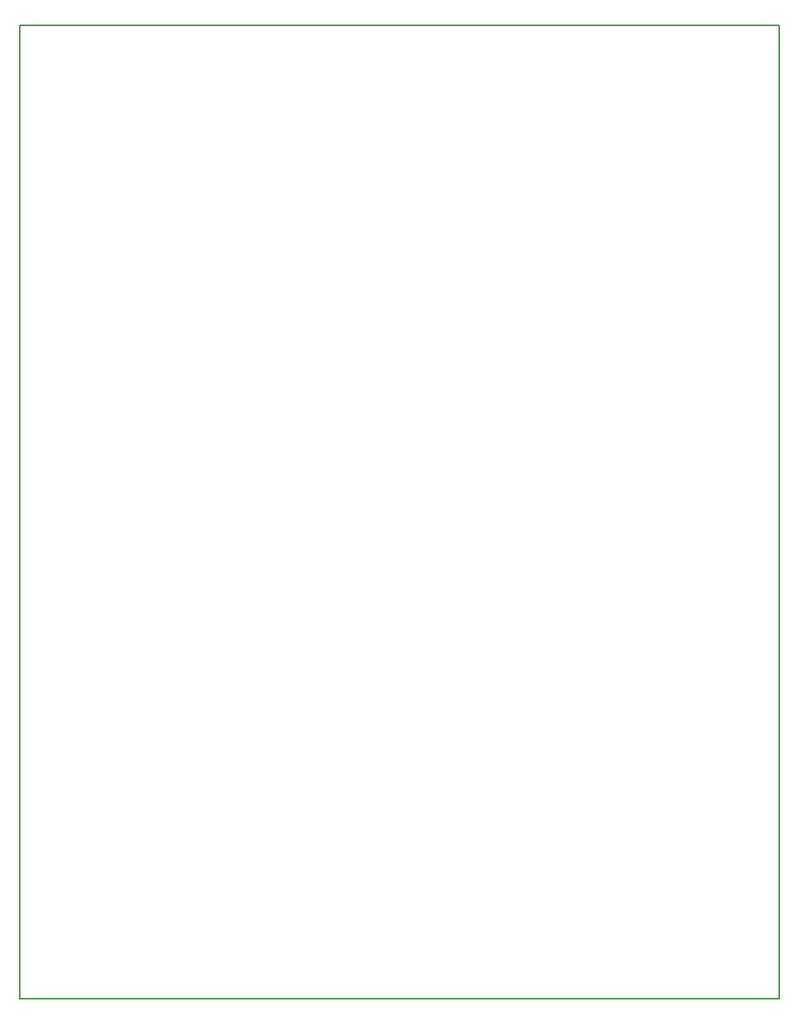
<source format=gbr>
%TF.GenerationSoftware,KiCad,Pcbnew,8.0.6*%
%TF.CreationDate,2025-03-07T13:31:28+01:00*%
%TF.ProjectId,Stromversorgung,5374726f-6d76-4657-9273-6f7267756e67,rev?*%
%TF.SameCoordinates,Original*%
%TF.FileFunction,Profile,NP*%
%FSLAX46Y46*%
G04 Gerber Fmt 4.6, Leading zero omitted, Abs format (unit mm)*
G04 Created by KiCad (PCBNEW 8.0.6) date 2025-03-07 13:31:28*
%MOMM*%
%LPD*%
G01*
G04 APERTURE LIST*
%TA.AperFunction,Profile*%
%ADD10C,0.200000*%
%TD*%
G04 APERTURE END LIST*
D10*
X66040000Y-35560000D02*
X147320000Y-35560000D01*
X147320000Y-139700000D01*
X66040000Y-139700000D01*
X66040000Y-35560000D01*
M02*

</source>
